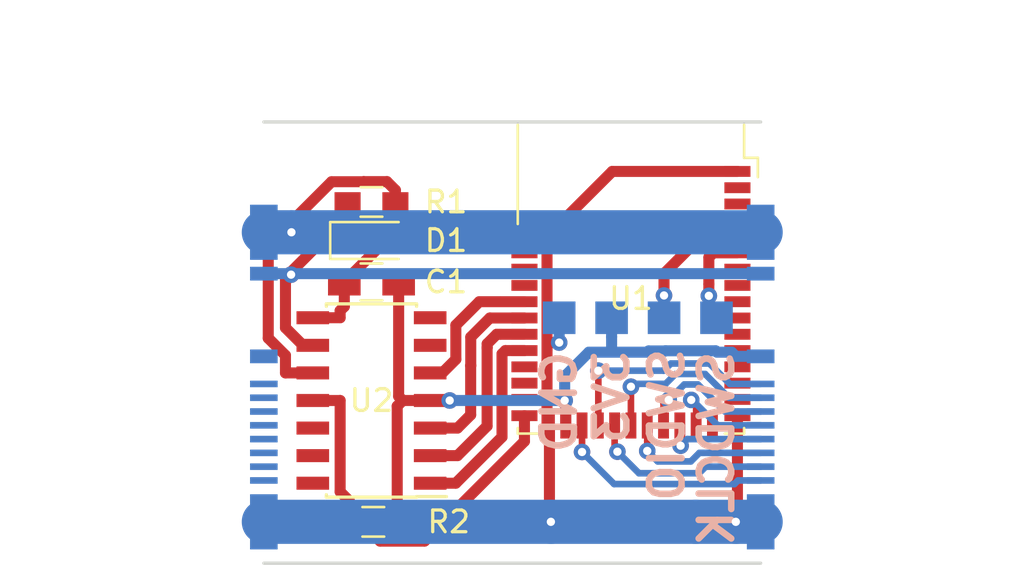
<source format=kicad_pcb>
(kicad_pcb (version 20221018) (generator pcbnew)
  (layers (0 "F.Cu" signal) (31 "B.Cu" signal) (34 "B.Paste" user) (35 "F.Paste" user) (36 "B.SilkS" user "B.Silkscreen") (37 "F.SilkS" user "F.Silkscreen") (38 "B.Mask" user) (39 "F.Mask" user) (44 "Edge.Cuts" user))
  (net 0 "")
  (net 1 "+3V3")
  (net 2 "GND")
  (net 3 "+12V")
  (net 4 "/LIN")
  (net 5 "/FAULT")
  (net 6 "/IO0")
  (net 7 "/IO1")
  (net 8 "/IO2")
  (net 9 "/IO3")
  (net 10 "/IO4")
  (net 11 "/IO6")
  (net 12 "/VBAT_RATIO")
  (net 13 "/RXD")
  (net 14 "/CS/LWAKE")
  (net 15 "/TXD")
  (net 16 "/IO5")
  (net 17 "/IO7")
  (net 18 "Net-(J1-Pad1)")
  (net 19 "Net-(J2-Pad1)")
  (footprint "Capacitors_SMD:C_0805_HandSoldering" (layer "F.Cu") (at 140.081 79.502 180)
    (fp_text reference "C1" (at -3.429 0 180) (layer "F.SilkS"))
    (fp_text value "22u")
    (fp_line (start -0.5 0.85) (end 0.5 0.85) (stroke (width 0.12)) (layer "F.SilkS"))
    (fp_line (start 0.5 -0.85) (end -0.5 -0.85) (stroke (width 0.12)) (layer "F.SilkS"))
    (pad "1" smd rect (at -1.25 0 180) (size 1.5 1.25) (layers "F.Cu" "F.Paste" "F.Mask") (net 1 "+3V3"))
    (pad "2" smd rect (at 1.25 0 180) (size 1.5 1.25) (layers "F.Cu" "F.Paste" "F.Mask") (net 2 "GND"))
  )
  (footprint "Resistors_SMD:R_0603_HandSoldering" (layer "F.Cu") (at 140.081 75.819 180)
    (fp_text reference "R1" (at -3.429 0 180) (layer "F.SilkS"))
    (fp_text value "10k")
    (fp_line (start -0.5 -0.68) (end 0.5 -0.68) (stroke (width 0.12)) (layer "F.SilkS"))
    (fp_line (start 0.5 0.68) (end -0.5 0.68) (stroke (width 0.12)) (layer "F.SilkS"))
    (pad "1" smd rect (at -1.1 0 180) (size 1.2 0.9) (layers "F.Cu" "F.Paste" "F.Mask") (net 3 "+12V"))
    (pad "2" smd rect (at 1.1 0 180) (size 1.2 0.9) (layers "F.Cu" "F.Paste" "F.Mask") (net 4 "/LIN"))
  )
  (footprint "Resistors_SMD:R_0603_HandSoldering" (layer "F.Cu") (at 140.165 90.551 180)
    (fp_text reference "R2" (at -3.472 0 180) (layer "F.SilkS"))
    (fp_text value "10k")
    (fp_line (start -0.5 -0.68) (end 0.5 -0.68) (stroke (width 0.12)) (layer "F.SilkS"))
    (fp_line (start 0.5 0.68) (end -0.5 0.68) (stroke (width 0.12)) (layer "F.SilkS"))
    (pad "1" smd rect (at -1.1 0 180) (size 1.2 0.9) (layers "F.Cu" "F.Paste" "F.Mask") (net 1 "+3V3"))
    (pad "2" smd rect (at 1.1 0 180) (size 1.2 0.9) (layers "F.Cu" "F.Paste" "F.Mask") (net 5 "/FAULT"))
  )
  (footprint "RF_Modules:Laird_BL652" (layer "F.Cu") (at 152.019 80.264 -90)
    (fp_text reference "U1" (at 0 0) (layer "F.SilkS"))
    (fp_text value "BL652")
    (fp_line (start -8.001 -5.207) (end -6.477 -5.207) (stroke (width 0.12)) (layer "F.SilkS"))
    (fp_line (start -6.477 -5.842) (end -5.588 -5.842) (stroke (width 0.12)) (layer "F.SilkS"))
    (fp_line (start -6.477 -5.207) (end -6.477 -5.842) (stroke (width 0.12)) (layer "F.SilkS"))
    (fp_line (start -3.429 5.207) (end -8.001 5.207) (stroke (width 0.12)) (layer "F.SilkS"))
    (fp_line (start 5.969 -5.207) (end 6.223 -5.207) (stroke (width 0.12)) (layer "F.SilkS"))
    (fp_line (start 6.223 -5.207) (end 6.223 -4.318) (stroke (width 0.12)) (layer "F.SilkS"))
    (fp_line (start 6.223 5.207) (end 5.969 5.207) (stroke (width 0.12)) (layer "F.SilkS"))
    (fp_line (start 6.223 5.207) (end 6.223 4.318) (stroke (width 0.12)) (layer "F.SilkS"))
    (pad "1" smd rect (at -5.85 -4.9) (size 1.2 0.5) (layers "F.Cu" "F.Paste" "F.Mask") (net 2 "GND"))
    (pad "2" smd rect (at -5.1 -4.9) (size 1.2 0.5) (layers "F.Cu" "F.Paste" "F.Mask"))
    (pad "3" smd rect (at -4.35 -4.9) (size 1.2 0.5) (layers "F.Cu" "F.Paste" "F.Mask"))
    (pad "4" smd rect (at -3.6 -4.9) (size 1.2 0.5) (layers "F.Cu" "F.Paste" "F.Mask"))
    (pad "5" smd rect (at -2.85 -4.9) (size 1.2 0.5) (layers "F.Cu" "F.Paste" "F.Mask") (net 19 "Net-(J2-Pad1)"))
    (pad "6" smd rect (at -2.1 -4.9) (size 1.2 0.5) (layers "F.Cu" "F.Paste" "F.Mask") (net 18 "Net-(J1-Pad1)"))
    (pad "7" smd rect (at -1.35 -4.9) (size 1.2 0.5) (layers "F.Cu" "F.Paste" "F.Mask"))
    (pad "8" smd rect (at -0.6 -4.9) (size 1.2 0.5) (layers "F.Cu" "F.Paste" "F.Mask"))
    (pad "9" smd rect (at 0.15 -4.9) (size 1.2 0.5) (layers "F.Cu" "F.Paste" "F.Mask"))
    (pad "10" smd rect (at 0.9 -4.9) (size 1.2 0.5) (layers "F.Cu" "F.Paste" "F.Mask"))
    (pad "11" smd rect (at 1.65 -4.9) (size 1.2 0.5) (layers "F.Cu" "F.Paste" "F.Mask"))
    (pad "12" smd rect (at 2.4 -4.9) (size 1.2 0.5) (layers "F.Cu" "F.Paste" "F.Mask"))
    (pad "13" smd rect (at 3.15 -4.9) (size 1.2 0.5) (layers "F.Cu" "F.Paste" "F.Mask"))
    (pad "14" smd rect (at 3.9 -4.9) (size 1.2 0.5) (layers "F.Cu" "F.Paste" "F.Mask"))
    (pad "15" smd rect (at 4.65 -4.9) (size 1.2 0.5) (layers "F.Cu" "F.Paste" "F.Mask"))
    (pad "16" smd rect (at 5.4 -4.9) (size 1.2 0.5) (layers "F.Cu" "F.Paste" "F.Mask") (net 2 "GND"))
    (pad "17" smd rect (at 5.85 -3.75 270) (size 1.2 0.5) (layers "F.Cu" "F.Paste" "F.Mask"))
    (pad "18" smd rect (at 5.85 -3 270) (size 1.2 0.5) (layers "F.Cu" "F.Paste" "F.Mask") (net 9 "/IO3"))
    (pad "19" smd rect (at 5.85 -2.25 270) (size 1.2 0.5) (layers "F.Cu" "F.Paste" "F.Mask") (net 10 "/IO4"))
    (pad "20" smd rect (at 5.85 -1.5 270) (size 1.2 0.5) (layers "F.Cu" "F.Paste" "F.Mask") (net 8 "/IO2"))
    (pad "21" smd rect (at 5.85 -0.75 270) (size 1.2 0.5) (layers "F.Cu" "F.Paste" "F.Mask") (net 16 "/IO5"))
    (pad "22" smd rect (at 5.85 0 270) (size 1.2 0.5) (layers "F.Cu" "F.Paste" "F.Mask") (net 7 "/IO1"))
    (pad "23" smd rect (at 5.85 0.75 270) (size 1.2 0.5) (layers "F.Cu" "F.Paste" "F.Mask") (net 11 "/IO6"))
    (pad "24" smd rect (at 5.85 1.5 270) (size 1.2 0.5) (layers "F.Cu" "F.Paste" "F.Mask") (net 6 "/IO0"))
    (pad "25" smd rect (at 5.85 2.25 270) (size 1.2 0.5) (layers "F.Cu" "F.Paste" "F.Mask") (net 17 "/IO7"))
    (pad "26" smd rect (at 5.85 3 270) (size 1.2 0.5) (layers "F.Cu" "F.Paste" "F.Mask") (net 1 "+3V3"))
    (pad "27" smd rect (at 5.85 3.75 270) (size 1.2 0.5) (layers "F.Cu" "F.Paste" "F.Mask") (net 2 "GND"))
    (pad "28" smd rect (at 5.4 4.9) (size 1.2 0.5) (layers "F.Cu" "F.Paste" "F.Mask") (net 5 "/FAULT"))
    (pad "29" smd rect (at 4.65 4.9) (size 1.2 0.5) (layers "F.Cu" "F.Paste" "F.Mask"))
    (pad "30" smd rect (at 3.9 4.9) (size 1.2 0.5) (layers "F.Cu" "F.Paste" "F.Mask"))
    (pad "31" smd rect (at 3.15 4.9) (size 1.2 0.5) (layers "F.Cu" "F.Paste" "F.Mask"))
    (pad "32" smd rect (at 2.4 4.9) (size 1.2 0.5) (layers "F.Cu" "F.Paste" "F.Mask") (net 12 "/VBAT_RATIO"))
    (pad "33" smd rect (at 1.65 4.9) (size 1.2 0.5) (layers "F.Cu" "F.Paste" "F.Mask") (net 13 "/RXD"))
    (pad "34" smd rect (at 0.9 4.9) (size 1.2 0.5) (layers "F.Cu" "F.Paste" "F.Mask") (net 14 "/CS/LWAKE"))
    (pad "35" smd rect (at 0.15 4.9) (size 1.2 0.5) (layers "F.Cu" "F.Paste" "F.Mask") (net 15 "/TXD"))
    (pad "36" smd rect (at -0.6 4.9) (size 1.2 0.5) (layers "F.Cu" "F.Paste" "F.Mask"))
    (pad "37" smd rect (at -1.35 4.9) (size 1.2 0.5) (layers "F.Cu" "F.Paste" "F.Mask"))
    (pad "38" smd rect (at -2.1 4.9) (size 1.2 0.5) (layers "F.Cu" "F.Paste" "F.Mask"))
    (pad "39" smd rect (at -2.85 4.9) (size 1.2 0.5) (layers "F.Cu" "F.Paste" "F.Mask") (net 2 "GND"))
  )
  (footprint "Housings_SOIC:SOIC-14_3.9x8.7mm_Pitch1.27mm" (layer "F.Cu") (at 140.081 84.963 180)
    (fp_text reference "U2" (at 0 0 180) (layer "F.SilkS"))
    (fp_text value "MCP2050")
    (fp_line (start -2.075 -4.45) (end -2.075 -4.425) (stroke (width 0.15)) (layer "F.SilkS"))
    (fp_line (start -2.075 -4.45) (end 2.075 -4.45) (stroke (width 0.15)) (layer "F.SilkS"))
    (fp_line (start -2.075 -4.425) (end -3.45 -4.425) (stroke (width 0.15)) (layer "F.SilkS"))
    (fp_line (start -2.075 4.45) (end -2.075 4.335) (stroke (width 0.15)) (layer "F.SilkS"))
    (fp_line (start -2.075 4.45) (end 2.075 4.45) (stroke (width 0.15)) (layer "F.SilkS"))
    (fp_line (start 2.075 -4.45) (end 2.075 -4.335) (stroke (width 0.15)) (layer "F.SilkS"))
    (fp_line (start 2.075 4.45) (end 2.075 4.335) (stroke (width 0.15)) (layer "F.SilkS"))
    (pad "1" smd rect (at -2.7 -3.81 180) (size 1.5 0.6) (layers "F.Cu" "F.Paste" "F.Mask") (net 12 "/VBAT_RATIO"))
    (pad "2" smd rect (at -2.7 -2.54 180) (size 1.5 0.6) (layers "F.Cu" "F.Paste" "F.Mask") (net 13 "/RXD"))
    (pad "3" smd rect (at -2.7 -1.27 180) (size 1.5 0.6) (layers "F.Cu" "F.Paste" "F.Mask") (net 14 "/CS/LWAKE"))
    (pad "4" smd rect (at -2.7 0 180) (size 1.5 0.6) (layers "F.Cu" "F.Paste" "F.Mask") (net 1 "+3V3"))
    (pad "5" smd rect (at -2.7 1.27 180) (size 1.5 0.6) (layers "F.Cu" "F.Paste" "F.Mask") (net 15 "/TXD"))
    (pad "6" smd rect (at -2.7 2.54 180) (size 1.5 0.6) (layers "F.Cu" "F.Paste" "F.Mask"))
    (pad "7" smd rect (at -2.7 3.81 180) (size 1.5 0.6) (layers "F.Cu" "F.Paste" "F.Mask"))
    (pad "8" smd rect (at 2.7 3.81 180) (size 1.5 0.6) (layers "F.Cu" "F.Paste" "F.Mask") (net 2 "GND"))
    (pad "9" smd rect (at 2.7 2.54 180) (size 1.5 0.6) (layers "F.Cu" "F.Paste" "F.Mask") (net 4 "/LIN"))
    (pad "10" smd rect (at 2.7 1.27 180) (size 1.5 0.6) (layers "F.Cu" "F.Paste" "F.Mask") (net 3 "+12V"))
    (pad "11" smd rect (at 2.7 0 180) (size 1.5 0.6) (layers "F.Cu" "F.Paste" "F.Mask") (net 5 "/FAULT"))
    (pad "12" smd rect (at 2.7 -1.27 180) (size 1.5 0.6) (layers "F.Cu" "F.Paste" "F.Mask"))
    (pad "13" smd rect (at 2.7 -2.54 180) (size 1.5 0.6) (layers "F.Cu" "F.Paste" "F.Mask"))
    (pad "14" smd rect (at 2.7 -3.81 180) (size 1.5 0.6) (layers "F.Cu" "F.Paste" "F.Mask"))
  )
  (footprint "Diodes_SMD:D_SOD-323_HandSoldering" (layer "F.Cu") (at 140.081 77.597)
    (fp_text reference "D1" (at 3.429 0) (layer "F.SilkS"))
    (fp_text value "RSB36V")
    (fp_line (start -1.9 -0.85) (end -1.9 0.85) (stroke (width 0.12)) (layer "F.SilkS"))
    (fp_line (start -1.9 -0.85) (end 1.25 -0.85) (stroke (width 0.12)) (layer "F.SilkS"))
    (fp_line (start -1.9 0.85) (end 1.25 0.85) (stroke (width 0.12)) (layer "F.SilkS"))
    (pad "1" smd rect (at -1.25 0) (size 1 1) (layers "F.Cu" "F.Paste" "F.Mask") (net 4 "/LIN"))
    (pad "2" smd rect (at 1.25 0) (size 1 1) (layers "F.Cu" "F.Paste" "F.Mask") (net 2 "GND"))
  )
  (footprint "interface:interface" (layer "F.Cu") (at 135.128 72.771)
    (fp_text reference "X1" hide)
    (fp_text value "interface" hide)
    (pad "1" smd rect (at 0 4.445) (size 1.27 2.54) (layers "B.Cu") (net 3 "+12V"))
    (pad "2" smd rect (at 0 17.78) (size 1.27 2.54) (layers "B.Cu") (net 2 "GND"))
    (pad "3" smd rect (at 0 6.35) (size 1.27 0.635) (layers "B.Cu") (net 4 "/LIN"))
    (pad "4" smd rect (at 0 10.16) (size 1.27 0.635) (layers "B.Cu"))
    (pad "5" smd rect (at 0 11.43) (size 1.27 0.3048) (layers "B.Cu"))
    (pad "6" smd rect (at 0 12.065) (size 1.27 0.3048) (layers "B.Cu"))
    (pad "7" smd rect (at 0 12.7) (size 1.27 0.3048) (layers "B.Cu"))
    (pad "8" smd rect (at 0 13.335) (size 1.27 0.3048) (layers "B.Cu"))
    (pad "9" smd rect (at 0 13.97) (size 1.27 0.3048) (layers "B.Cu"))
    (pad "10" smd rect (at 0 14.605) (size 1.27 0.3048) (layers "B.Cu"))
    (pad "11" smd rect (at 0 15.24) (size 1.27 0.3048) (layers "B.Cu"))
    (pad "12" smd rect (at 0 15.875) (size 1.27 0.3048) (layers "B.Cu"))
  )
  (footprint "interface:interface" (layer "F.Cu") (at 157.988 72.771)
    (fp_text reference "X2" hide)
    (fp_text value "interface" hide)
    (pad "1" smd rect (at 0 4.445) (size 1.27 2.54) (layers "B.Cu") (net 3 "+12V"))
    (pad "2" smd rect (at 0 17.78) (size 1.27 2.54) (layers "B.Cu") (net 2 "GND"))
    (pad "3" smd rect (at 0 6.35) (size 1.27 0.635) (layers "B.Cu") (net 4 "/LIN"))
    (pad "4" smd rect (at 0 10.16) (size 1.27 0.635) (layers "B.Cu") (net 1 "+3V3"))
    (pad "5" smd rect (at 0 11.43) (size 1.27 0.3048) (layers "B.Cu") (net 6 "/IO0"))
    (pad "6" smd rect (at 0 12.065) (size 1.27 0.3048) (layers "B.Cu") (net 7 "/IO1"))
    (pad "7" smd rect (at 0 12.7) (size 1.27 0.3048) (layers "B.Cu") (net 8 "/IO2"))
    (pad "8" smd rect (at 0 13.335) (size 1.27 0.3048) (layers "B.Cu") (net 9 "/IO3"))
    (pad "9" smd rect (at 0 13.97) (size 1.27 0.3048) (layers "B.Cu") (net 10 "/IO4"))
    (pad "10" smd rect (at 0 14.605) (size 1.27 0.3048) (layers "B.Cu") (net 16 "/IO5"))
    (pad "11" smd rect (at 0 15.24) (size 1.27 0.3048) (layers "B.Cu") (net 11 "/IO6"))
    (pad "12" smd rect (at 0 15.875) (size 1.27 0.3048) (layers "B.Cu") (net 17 "/IO7"))
  )
  (footprint "Measurement_Points:Measurement_Point_Square-SMD-Pad_Small" (layer "B.Cu") (at 155.956 81.153)
    (fp_text reference "J1" hide)
    (fp_text value "TEST_1P")
    (pad "1" smd rect (at 0 0) (size 1.5 1.5) (layers "B.Cu" "B.Mask") (net 18 "Net-(J1-Pad1)"))
  )
  (footprint "Measurement_Points:Measurement_Point_Square-SMD-Pad_Small" (layer "B.Cu") (at 153.543 81.153)
    (fp_text reference "J2" hide)
    (fp_text value "TEST_1P")
    (pad "1" smd rect (at 0 0) (size 1.5 1.5) (layers "B.Cu" "B.Mask") (net 19 "Net-(J2-Pad1)"))
  )
  (footprint "Measurement_Points:Measurement_Point_Square-SMD-Pad_Small" (layer "B.Cu") (at 151.13 81.153)
    (fp_text reference "J3" hide)
    (fp_text value "TEST_1P")
    (pad "1" smd rect (at 0 0) (size 1.5 1.5) (layers "B.Cu" "B.Mask") (net 1 "+3V3"))
  )
  (footprint "Measurement_Points:Measurement_Point_Square-SMD-Pad_Small" (layer "B.Cu") (at 148.717 81.153)
    (fp_text reference "J4" hide)
    (fp_text value "TEST_1P")
    (pad "1" smd rect (at 0 0) (size 1.5 1.5) (layers "B.Cu" "B.Mask") (net 2 "GND"))
  )
  (gr_line (start 157.988 72.136) (end 135.128 72.136) (stroke (width 0.15)) (layer "Edge.Cuts"))
  (gr_line (start 135.128 92.456) (end 157.988 92.456) (stroke (width 0.15)) (layer "Edge.Cuts"))
  (gr_text "3V3" (at 151.13 82.55 90) (layer "B.SilkS") (effects (font (size 1.5 1.5) (thickness 0.3)) (justify left mirror)))
  (gr_text "SWDCLK" (at 155.956 82.55 90) (layer "B.SilkS") (effects (font (size 1.5 1.5) (thickness 0.3)) (justify left mirror)))
  (gr_text "GND" (at 148.717 82.55 90) (layer "B.SilkS") (effects (font (size 1.5 1.5) (thickness 0.3)) (justify left mirror)))
  (gr_text "SWDIO" (at 153.67 82.423 90) (layer "B.SilkS") (effects (font (size 1.5 1.5) (thickness 0.3)) (justify left mirror)))
  (segment (start 141.265 85.221) (end 141.523 84.963) (width 0.508) (layer "F.Cu") (net 1))
  (segment (start 149.014 85.006) (end 148.971 84.963) (width 0.508) (layer "F.Cu") (net 1))
  (segment (start 141.265 90.551) (end 141.265 85.221) (width 0.508) (layer "F.Cu") (net 1))
  (segment (start 149.019 85.006) (end 149.014 85.006) (width 0.508) (layer "F.Cu") (net 1))
  (segment (start 141.523 84.963) (end 142.781 84.963) (width 0.508) (layer "F.Cu") (net 1))
  (segment (start 141.331 79.502) (end 141.331 84.771) (width 0.508) (layer "F.Cu") (net 1))
  (segment (start 149.019 86.114) (end 149.019 85.006) (width 0.508) (layer "F.Cu") (net 1))
  (segment (start 142.781 84.963) (end 143.679657 84.963) (width 0.508) (layer "F.Cu") (net 1))
  (segment (start 141.331 84.771) (end 141.523 84.963) (width 0.508) (layer "F.Cu") (net 1))
  (via (at 143.679657 84.963) (size 0.762) (drill 0.381) (layers "F.Cu" "B.Cu") (net 1))
  (via (at 148.971 84.963) (size 0.762) (drill 0.381) (layers "F.Cu" "B.Cu") (net 1))
  (segment (start 150.085 82.7375) (end 148.971 83.8516) (width 0.508) (layer "B.Cu") (net 1))
  (segment (start 155.9807 82.7375) (end 155.9186 82.6754) (width 0.508) (layer "B.Cu") (net 1))
  (segment (start 148.971 84.963) (end 143.679657 84.963) (width 0.508) (layer "B.Cu") (net 1))
  (segment (start 155.9186 82.6754) (end 153.6143 82.6754) (width 0.508) (layer "B.Cu") (net 1))
  (segment (start 148.971 83.8516) (end 148.971 84.963) (width 0.508) (layer "B.Cu") (net 1))
  (segment (start 152.8309 82.6807) (end 152.7741 82.7375) (width 0.508) (layer "B.Cu") (net 1))
  (segment (start 156.845 82.931) (end 156.6515 82.7375) (width 0.508) (layer "B.Cu") (net 1))
  (segment (start 156.6515 82.7375) (end 155.9807 82.7375) (width 0.508) (layer "B.Cu") (net 1))
  (segment (start 151.13 82.7375) (end 150.085 82.7375) (width 0.508) (layer "B.Cu") (net 1))
  (segment (start 157.988 82.931) (end 156.845 82.931) (width 0.508) (layer "B.Cu") (net 1))
  (segment (start 153.6143 82.6754) (end 153.609 82.6807) (width 0.508) (layer "B.Cu") (net 1))
  (segment (start 152.7741 82.7375) (end 151.13 82.7375) (width 0.508) (layer "B.Cu") (net 1))
  (segment (start 153.609 82.6807) (end 152.8309 82.6807) (width 0.508) (layer "B.Cu") (net 1))
  (segment (start 151.13 82.03) (end 151.13 82.7375) (width 0.508) (layer "B.Cu") (net 1))
  (segment (start 151.13 81.153) (end 151.13 82.03) (width 0.508) (layer "B.Cu") (net 1))
  (segment (start 156.919 90.477) (end 156.845 90.551) (width 0.508) (layer "F.Cu") (net 2))
  (segment (start 137.381 81.153) (end 138.639 81.153) (width 0.508) (layer "F.Cu") (net 2))
  (segment (start 148.158 82.296) (end 148.158 82.677) (width 0.508) (layer "F.Cu") (net 2))
  (segment (start 148.269 86.114) (end 148.158 86.0032) (width 0.508) (layer "F.Cu") (net 2))
  (segment (start 140.323 77.597) (end 140.323 78.01) (width 0.508) (layer "F.Cu") (net 2))
  (segment (start 148.158 82.296) (end 148.717 82.296) (width 0.508) (layer "F.Cu") (net 2))
  (segment (start 148.158 86.0032) (end 148.158 82.296) (width 0.508) (layer "F.Cu") (net 2))
  (segment (start 147.119 77.414) (end 148.158 77.414) (width 0.508) (layer "F.Cu") (net 2))
  (segment (start 138.639 81.153) (end 138.639 80.827) (width 0.508) (layer "F.Cu") (net 2))
  (segment (start 141.331 77.597) (end 142.339 77.597) (width 0.508) (layer "F.Cu") (net 2))
  (segment (start 156.919 85.664) (end 156.919 90.477) (width 0.508) (layer "F.Cu") (net 2))
  (segment (start 140.323 78.01) (end 138.831 79.502) (width 0.508) (layer "F.Cu") (net 2))
  (segment (start 151.158 74.414) (end 156.919 74.414) (width 0.508) (layer "F.Cu") (net 2))
  (segment (start 147.119 77.414) (end 142.522 77.414) (width 0.508) (layer "F.Cu") (net 2))
  (segment (start 141.331 77.597) (end 140.323 77.597) (width 0.508) (layer "F.Cu") (net 2))
  (segment (start 148.269 86.114) (end 148.269 90.484) (width 0.508) (layer "F.Cu") (net 2))
  (segment (start 148.158 82.296) (end 148.158 77.414) (width 0.508) (layer "F.Cu") (net 2))
  (segment (start 148.269 90.484) (end 148.336 90.551) (width 0.508) (layer "F.Cu") (net 2))
  (segment (start 138.639 80.827) (end 138.831 80.635) (width 0.508) (layer "F.Cu") (net 2))
  (segment (start 138.831 79.502) (end 138.831 80.635) (width 0.508) (layer "F.Cu") (net 2))
  (segment (start 148.158 77.414) (end 151.158 74.414) (width 0.508) (layer "F.Cu") (net 2))
  (segment (start 142.522 77.414) (end 142.339 77.597) (width 0.508) (layer "F.Cu") (net 2))
  (via (at 148.717 82.296) (size 0.762) (drill 0.381) (layers "F.Cu" "B.Cu") (net 2))
  (via (at 148.336 90.551) (size 0.762) (drill 0.381) (layers "F.Cu" "B.Cu") (net 2))
  (via (at 156.845 90.551) (size 0.762) (drill 0.381) (layers "F.Cu" "B.Cu") (net 2))
  (segment (start 155.003 90.487) (end 155.003 90.551) (width 0.508) (layer "B.Cu") (net 2))
  (segment (start 156.845 90.551) (end 155.003 90.551) (width 2.032) (layer "B.Cu") (net 2))
  (segment (start 135.128 90.551) (end 148.336 90.551) (width 2.032) (layer "B.Cu") (net 2))
  (segment (start 155.003 90.551) (end 148.336 90.551) (width 2.032) (layer "B.Cu") (net 2))
  (segment (start 157.988 90.551) (end 156.845 90.551) (width 2.032) (layer "B.Cu") (net 2))
  (segment (start 148.717 81.153) (end 148.717 82.296) (width 0.508) (layer "B.Cu") (net 2))
  (segment (start 139.726179 74.883249) (end 139.721064 74.888364) (width 0.508) (layer "F.Cu") (net 3))
  (segment (start 135.331 78.2828) (end 136.398 77.216) (width 0.508) (layer "F.Cu") (net 3))
  (segment (start 135.331 82.0932) (end 135.331 78.2828) (width 0.508) (layer "F.Cu") (net 3))
  (segment (start 138.244736 74.888364) (end 136.398 76.7351) (width 0.508) (layer "F.Cu") (net 3))
  (segment (start 136.398 76.7351) (end 136.398 77.216) (width 0.508) (layer "F.Cu") (net 3))
  (segment (start 136.123 82.8851) (end 135.331 82.0932) (width 0.508) (layer "F.Cu") (net 3))
  (segment (start 137.381 83.693) (end 136.123 83.693) (width 0.508) (layer "F.Cu") (net 3))
  (segment (start 140.791067 74.883249) (end 139.726179 74.883249) (width 0.508) (layer "F.Cu") (net 3))
  (segment (start 136.123 83.693) (end 136.123 82.8851) (width 0.508) (layer "F.Cu") (net 3))
  (segment (start 139.721064 74.888364) (end 138.244736 74.888364) (width 0.508) (layer "F.Cu") (net 3))
  (segment (start 141.181 75.819) (end 141.181 75.273182) (width 0.508) (layer "F.Cu") (net 3))
  (segment (start 141.181 75.273182) (end 140.791067 74.883249) (width 0.508) (layer "F.Cu") (net 3))
  (via (at 136.398 77.216) (size 0.762) (drill 0.381) (layers "F.Cu" "B.Cu") (net 3))
  (segment (start 136.398 77.216) (end 135.128 77.216) (width 2.032) (layer "B.Cu") (net 3))
  (segment (start 157.988 77.216) (end 136.398 77.216) (width 2.032) (layer "B.Cu") (net 3))
  (segment (start 137.381 82.423) (end 136.931 82.423) (width 0.508) (layer "F.Cu") (net 4))
  (segment (start 138.831 77.597) (end 138.831 76.589) (width 0.508) (layer "F.Cu") (net 4))
  (segment (start 138.831 77.597) (end 137.823 77.597) (width 0.508) (layer "F.Cu") (net 4))
  (segment (start 138.981 76.439) (end 138.831 76.589) (width 0.508) (layer "F.Cu") (net 4))
  (segment (start 138.981 75.819) (end 138.981 76.439) (width 0.508) (layer "F.Cu") (net 4))
  (segment (start 136.123 79.426556) (end 136.381838 79.167718) (width 0.508) (layer "F.Cu") (net 4))
  (segment (start 136.381838 79.038162) (end 136.381838 79.167718) (width 0.508) (layer "F.Cu") (net 4))
  (segment (start 137.823 77.597) (end 136.381838 79.038162) (width 0.508) (layer "F.Cu") (net 4))
  (segment (start 136.931 82.423) (end 136.123 81.615) (width 0.508) (layer "F.Cu") (net 4))
  (segment (start 136.123 81.615) (end 136.123 79.426556) (width 0.508) (layer "F.Cu") (net 4))
  (via (at 136.381838 79.167718) (size 0.762) (drill 0.381) (layers "F.Cu" "B.Cu") (net 4))
  (segment (start 136.33512 79.121) (end 136.381838 79.167718) (width 0.508) (layer "B.Cu") (net 4))
  (segment (start 135.128 79.121) (end 136.33512 79.121) (width 0.508) (layer "B.Cu") (net 4))
  (segment (start 157.988 79.121) (end 136.428556 79.121) (width 0.508) (layer "B.Cu") (net 4))
  (segment (start 136.428556 79.121) (end 136.381838 79.167718) (width 0.508) (layer "B.Cu") (net 4))
  (segment (start 140.173 91.1345) (end 140.4785 91.44) (width 0.508) (layer "F.Cu") (net 5))
  (segment (start 138.639 84.963) (end 138.639 89.167) (width 0.508) (layer "F.Cu") (net 5))
  (segment (start 147.119 86.841525) (end 147.119 85.664) (width 0.508) (layer "F.Cu") (net 5))
  (segment (start 139.065 90.551) (end 139.065 89.593) (width 0.508) (layer "F.Cu") (net 5))
  (segment (start 137.381 84.963) (end 138.639 84.963) (width 0.508) (layer "F.Cu") (net 5))
  (segment (start 138.639 89.167) (end 139.065 89.593) (width 0.508) (layer "F.Cu") (net 5))
  (segment (start 140.4785 91.44) (end 142.520525 91.44) (width 0.508) (layer "F.Cu") (net 5))
  (segment (start 142.520525 91.44) (end 147.119 86.841525) (width 0.508) (layer "F.Cu") (net 5))
  (segment (start 140.173 90.551) (end 140.173 91.1345) (width 0.508) (layer "F.Cu") (net 5))
  (segment (start 139.065 90.551) (end 140.173 90.551) (width 0.508) (layer "F.Cu") (net 5))
  (segment (start 150.519 86.114) (end 150.519 83.59) (width 0.3048) (layer "F.Cu") (net 6))
  (via (at 150.519 83.59) (size 0.762) (drill 0.381) (layers "F.Cu" "B.Cu") (net 6))
  (segment (start 156.9466 84.201) (end 156.5727 84.201) (width 0.3048) (layer "B.Cu") (net 6))
  (segment (start 157.988 84.201) (end 156.9466 84.201) (width 0.3048) (layer "B.Cu") (net 6))
  (segment (start 153.8564 83.2599) (end 153.5264 83.5899) (width 0.3048) (layer "B.Cu") (net 6))
  (segment (start 153.5264 83.5899) (end 150.519 83.5899) (width 0.3048) (layer "B.Cu") (net 6))
  (segment (start 150.519 83.5899) (end 150.519 83.59) (width 0.3048) (layer "B.Cu") (net 6))
  (segment (start 156.5727 84.201) (end 155.6316 83.2599) (width 0.3048) (layer "B.Cu") (net 6))
  (segment (start 155.6316 83.2599) (end 153.8564 83.2599) (width 0.3048) (layer "B.Cu") (net 6))
  (segment (start 152.019 86.114) (end 152.019 84.328) (width 0.3048) (layer "F.Cu") (net 7))
  (via (at 152.019 84.328) (size 0.762) (drill 0.381) (layers "F.Cu" "B.Cu") (net 7))
  (segment (start 152.019 84.328) (end 152.15 84.197) (width 0.3048) (layer "B.Cu") (net 7))
  (segment (start 154.0684 83.7428) (end 155.4316 83.7428) (width 0.3048) (layer "B.Cu") (net 7))
  (segment (start 156.5248 84.836) (end 157.988 84.836) (width 0.3048) (layer "B.Cu") (net 7))
  (segment (start 152.15 84.197) (end 153.6142 84.197) (width 0.3048) (layer "B.Cu") (net 7))
  (segment (start 155.4316 83.7428) (end 156.5248 84.836) (width 0.3048) (layer "B.Cu") (net 7))
  (segment (start 153.6142 84.197) (end 154.0684 83.7428) (width 0.3048) (layer "B.Cu") (net 7))
  (segment (start 153.5908 85.1076) (end 153.7597 84.9387) (width 0.3048) (layer "F.Cu") (net 8))
  (segment (start 153.519 85.1076) (end 153.5908 85.1076) (width 0.3048) (layer "F.Cu") (net 8))
  (segment (start 153.519 86.114) (end 153.519 85.1076) (width 0.3048) (layer "F.Cu") (net 8))
  (via (at 153.7597 84.9387) (size 0.762) (drill 0.381) (layers "F.Cu" "B.Cu") (net 8))
  (segment (start 156.9466 85.471) (end 156.3481 85.471) (width 0.3048) (layer "B.Cu") (net 8))
  (segment (start 157.988 85.471) (end 156.9466 85.471) (width 0.3048) (layer "B.Cu") (net 8))
  (segment (start 154.4727 84.2257) (end 153.7597 84.9387) (width 0.3048) (layer "B.Cu") (net 8))
  (segment (start 155.1028 84.2257) (end 154.4727 84.2257) (width 0.3048) (layer "B.Cu") (net 8))
  (segment (start 156.3481 85.471) (end 155.1028 84.2257) (width 0.3048) (layer "B.Cu") (net 8))
  (segment (start 155.019 85.1076) (end 154.9633 85.1076) (width 0.3048) (layer "F.Cu") (net 9))
  (segment (start 154.9633 85.1076) (end 154.793 84.9373) (width 0.3048) (layer "F.Cu") (net 9))
  (segment (start 155.019 86.114) (end 155.019 85.1076) (width 0.3048) (layer "F.Cu") (net 9))
  (via (at 154.793 84.9373) (size 0.762) (drill 0.381) (layers "F.Cu" "B.Cu") (net 9))
  (segment (start 157.988 86.106) (end 156.007 86.106) (width 0.3048) (layer "B.Cu") (net 9))
  (segment (start 154.8156 84.9147) (end 154.793 84.9373) (width 0.3048) (layer "B.Cu") (net 9))
  (segment (start 156.007 86.106) (end 154.8156 84.9147) (width 0.3048) (layer "B.Cu") (net 9))
  (segment (start 154.305 86.15) (end 154.269 86.114) (width 0.3048) (layer "F.Cu") (net 10))
  (segment (start 154.305 87.0458) (end 154.305 86.15) (width 0.3048) (layer "F.Cu") (net 10))
  (via (at 154.305 87.0458) (size 0.762) (drill 0.381) (layers "F.Cu" "B.Cu") (net 10))
  (segment (start 157.988 86.741) (end 154.61 86.741) (width 0.3048) (layer "B.Cu") (net 10))
  (segment (start 154.61 86.741) (end 154.305 87.0458) (width 0.3048) (layer "B.Cu") (net 10))
  (segment (start 151.269 87.1939) (end 151.3962 87.3211) (width 0.3048) (layer "F.Cu") (net 11))
  (segment (start 151.269 86.114) (end 151.269 87.1939) (width 0.3048) (layer "F.Cu") (net 11))
  (via (at 151.3962 87.3211) (size 0.762) (drill 0.381) (layers "F.Cu" "B.Cu") (net 11))
  (segment (start 151.3962 87.3211) (end 152.3879 88.3128) (width 0.3048) (layer "B.Cu") (net 11))
  (segment (start 155.4581 88.011) (end 157.988 88.011) (width 0.3048) (layer "B.Cu") (net 11))
  (segment (start 152.3879 88.3128) (end 155.1563 88.3128) (width 0.3048) (layer "B.Cu") (net 11))
  (segment (start 155.1563 88.3128) (end 155.4581 88.011) (width 0.3048) (layer "B.Cu") (net 11))
  (segment (start 146.087199 82.818801) (end 146.242 82.664) (width 0.508) (layer "F.Cu") (net 12))
  (segment (start 146.087199 86.643625) (end 146.087199 82.818801) (width 0.508) (layer "F.Cu") (net 12))
  (segment (start 146.242 82.664) (end 147.119 82.664) (width 0.508) (layer "F.Cu") (net 12))
  (segment (start 142.781 88.773) (end 143.957824 88.773) (width 0.508) (layer "F.Cu") (net 12))
  (segment (start 143.957824 88.773) (end 146.087199 86.643625) (width 0.508) (layer "F.Cu") (net 12))
  (segment (start 145.401388 82.534487) (end 145.405136 82.530739) (width 0.508) (layer "F.Cu") (net 13))
  (segment (start 145.405136 82.352067) (end 145.843203 81.914) (width 0.508) (layer "F.Cu") (net 13))
  (segment (start 144.039 87.503) (end 145.401388 86.140612) (width 0.508) (layer "F.Cu") (net 13))
  (segment (start 146.011 81.914) (end 147.119 81.914) (width 0.508) (layer "F.Cu") (net 13))
  (segment (start 145.405136 82.530739) (end 145.405136 82.352067) (width 0.508) (layer "F.Cu") (net 13))
  (segment (start 145.401388 86.140612) (end 145.401388 82.534487) (width 0.508) (layer "F.Cu") (net 13))
  (segment (start 142.781 87.503) (end 144.039 87.503) (width 0.508) (layer "F.Cu") (net 13))
  (segment (start 145.843203 81.914) (end 146.011 81.914) (width 0.508) (layer "F.Cu") (net 13))
  (segment (start 145.528422 81.164) (end 147.119 81.164) (width 0.508) (layer "F.Cu") (net 14))
  (segment (start 144.644578 85.627422) (end 144.644578 83.356547) (width 0.508) (layer "F.Cu") (net 14))
  (segment (start 144.039 86.233) (end 144.644578 85.627422) (width 0.508) (layer "F.Cu") (net 14))
  (segment (start 144.644578 83.356547) (end 144.648612 83.352513) (width 0.508) (layer "F.Cu") (net 14))
  (segment (start 144.648612 83.352513) (end 144.648612 82.04381) (width 0.508) (layer "F.Cu") (net 14))
  (segment (start 142.781 86.233) (end 144.039 86.233) (width 0.508) (layer "F.Cu") (net 14))
  (segment (start 144.648612 82.04381) (end 145.528422 81.164) (width 0.508) (layer "F.Cu") (net 14))
  (segment (start 143.338242 83.693) (end 143.962801 83.068441) (width 0.508) (layer "F.Cu") (net 15))
  (segment (start 146.011 80.414) (end 147.119 80.414) (width 0.508) (layer "F.Cu") (net 15))
  (segment (start 142.781 83.693) (end 143.338242 83.693) (width 0.508) (layer "F.Cu") (net 15))
  (segment (start 145.042516 80.414) (end 146.011 80.414) (width 0.508) (layer "F.Cu") (net 15))
  (segment (start 143.962801 81.493715) (end 145.042516 80.414) (width 0.508) (layer "F.Cu") (net 15))
  (segment (start 143.962801 83.068441) (end 143.962801 81.493715) (width 0.508) (layer "F.Cu") (net 15))
  (segment (start 152.769 86.114) (end 152.769 87.2863) (width 0.3048) (layer "F.Cu") (net 16))
  (via (at 152.769 87.2863) (size 0.762) (drill 0.381) (layers "F.Cu" "B.Cu") (net 16))
  (segment (start 155.1686 87.376) (end 157.988 87.376) (width 0.3048) (layer "B.Cu") (net 16))
  (segment (start 152.769 87.2863) (end 153.2523 87.7696) (width 0.3048) (layer "B.Cu") (net 16))
  (segment (start 154.775 87.7696) (end 155.1686 87.376) (width 0.3048) (layer "B.Cu") (net 16))
  (segment (start 153.2523 87.7696) (end 154.775 87.7696) (width 0.3048) (layer "B.Cu") (net 16))
  (segment (start 149.769 86.114) (end 149.769 87.3345) (width 0.3048) (layer "F.Cu") (net 17))
  (via (at 149.769 87.3345) (size 0.762) (drill 0.381) (layers "F.Cu" "B.Cu") (net 17))
  (segment (start 156.7812 88.8114) (end 156.9466 88.646) (width 0.3048) (layer "B.Cu") (net 17))
  (segment (start 157.988 88.646) (end 156.9466 88.646) (width 0.3048) (layer "B.Cu") (net 17))
  (segment (start 149.769 87.3345) (end 151.2459 88.8114) (width 0.3048) (layer "B.Cu") (net 17))
  (segment (start 151.2459 88.8114) (end 156.7812 88.8114) (width 0.3048) (layer "B.Cu") (net 17))
  (segment (start 155.811 78.164) (end 155.603827 78.371173) (width 0.508) (layer "F.Cu") (net 18))
  (segment (start 155.603827 78.371173) (end 155.603827 79.603008) (width 0.508) (layer "F.Cu") (net 18))
  (segment (start 155.603827 79.603008) (end 155.603827 80.141823) (width 0.508) (layer "F.Cu") (net 18))
  (segment (start 156.919 78.164) (end 155.811 78.164) (width 0.508) (layer "F.Cu") (net 18))
  (via (at 155.603827 80.141823) (size 0.762) (drill 0.381) (layers "F.Cu" "B.Cu") (net 18))
  (segment (start 155.603827 80.680638) (end 155.603827 80.141823) (width 0.508) (layer "B.Cu") (net 18))
  (segment (start 155.603827 80.800827) (end 155.603827 80.680638) (width 0.508) (layer "B.Cu") (net 18))
  (segment (start 155.956 81.153) (end 155.603827 80.800827) (width 0.508) (layer "B.Cu") (net 18))
  (segment (start 156.919 77.414) (end 155.25 77.414) (width 0.508) (layer "F.Cu") (net 19))
  (segment (start 153.541086 79.122914) (end 153.541086 79.587018) (width 0.508) (layer "F.Cu") (net 19))
  (segment (start 155.25 77.414) (end 153.541086 79.122914) (width 0.508) (layer "F.Cu") (net 19))
  (segment (start 153.541086 79.587018) (end 153.541086 80.125833) (width 0.508) (layer "F.Cu") (net 19))
  (via (at 153.541086 80.125833) (size 0.762) (drill 0.381) (layers "F.Cu" "B.Cu") (net 19))
  (segment (start 153.541086 81.151086) (end 153.541086 80.664648) (width 0.508) (layer "B.Cu") (net 19))
  (segment (start 153.543 81.153) (end 153.541086 81.151086) (width 0.508) (layer "B.Cu") (net 19))
  (segment (start 153.541086 80.664648) (end 153.541086 80.125833) (width 0.508) (layer "B.Cu") (net 19))
)
</source>
